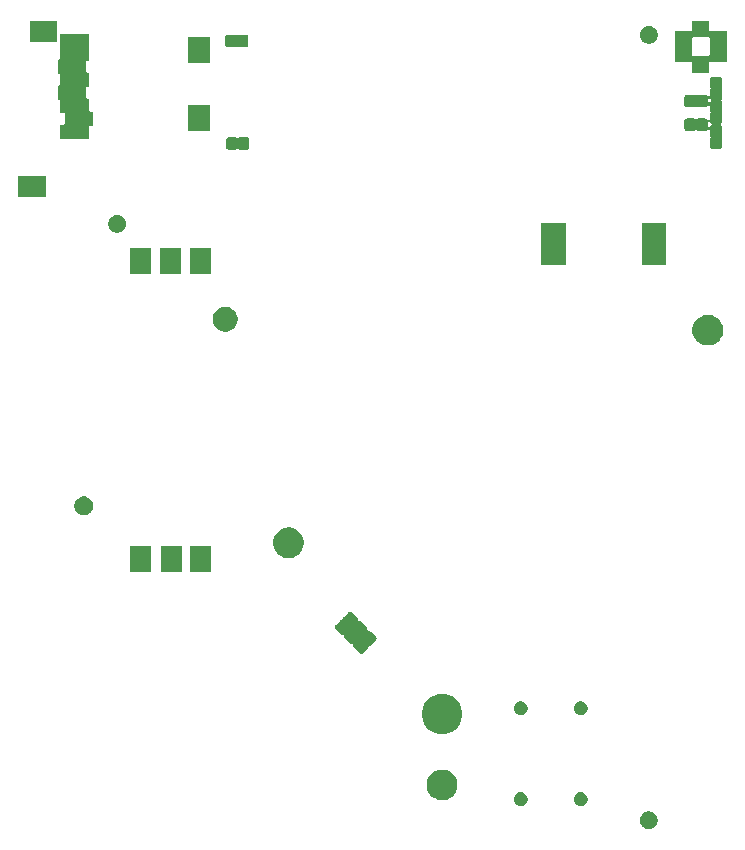
<source format=gbr>
G04 #@! TF.GenerationSoftware,KiCad,Pcbnew,5.1.6+dfsg1-1~bpo10+1*
G04 #@! TF.CreationDate,2021-06-19T16:41:49-04:00*
G04 #@! TF.ProjectId,RUSP_Daughterboard,52555350-5f44-4617-9567-68746572626f,rev?*
G04 #@! TF.SameCoordinates,Original*
G04 #@! TF.FileFunction,Soldermask,Top*
G04 #@! TF.FilePolarity,Negative*
%FSLAX46Y46*%
G04 Gerber Fmt 4.6, Leading zero omitted, Abs format (unit mm)*
G04 Created by KiCad (PCBNEW 5.1.6+dfsg1-1~bpo10+1) date 2021-06-19 16:41:49*
%MOMM*%
%LPD*%
G01*
G04 APERTURE LIST*
%ADD10C,0.100000*%
G04 APERTURE END LIST*
D10*
G36*
X171718766Y-136278821D02*
G01*
X171855257Y-136335358D01*
X171978097Y-136417437D01*
X172082563Y-136521903D01*
X172164642Y-136644743D01*
X172221179Y-136781234D01*
X172250000Y-136926130D01*
X172250000Y-137073870D01*
X172221179Y-137218766D01*
X172164642Y-137355257D01*
X172082563Y-137478097D01*
X171978097Y-137582563D01*
X171855257Y-137664642D01*
X171718766Y-137721179D01*
X171573870Y-137750000D01*
X171426130Y-137750000D01*
X171281234Y-137721179D01*
X171144743Y-137664642D01*
X171021903Y-137582563D01*
X170917437Y-137478097D01*
X170835358Y-137355257D01*
X170778821Y-137218766D01*
X170750000Y-137073870D01*
X170750000Y-136926130D01*
X170778821Y-136781234D01*
X170835358Y-136644743D01*
X170917437Y-136521903D01*
X171021903Y-136417437D01*
X171144743Y-136335358D01*
X171281234Y-136278821D01*
X171426130Y-136250000D01*
X171573870Y-136250000D01*
X171718766Y-136278821D01*
G37*
G36*
X165853153Y-134631145D02*
G01*
X165909180Y-134642289D01*
X166014733Y-134686011D01*
X166109728Y-134749485D01*
X166190515Y-134830272D01*
X166253989Y-134925267D01*
X166297711Y-135030820D01*
X166320000Y-135142875D01*
X166320000Y-135257125D01*
X166297711Y-135369180D01*
X166253989Y-135474733D01*
X166190515Y-135569728D01*
X166109728Y-135650515D01*
X166014733Y-135713989D01*
X165909180Y-135757711D01*
X165853153Y-135768855D01*
X165797126Y-135780000D01*
X165682874Y-135780000D01*
X165626847Y-135768855D01*
X165570820Y-135757711D01*
X165465267Y-135713989D01*
X165370272Y-135650515D01*
X165289485Y-135569728D01*
X165226011Y-135474733D01*
X165182289Y-135369180D01*
X165160000Y-135257125D01*
X165160000Y-135142875D01*
X165182289Y-135030820D01*
X165226011Y-134925267D01*
X165289485Y-134830272D01*
X165370272Y-134749485D01*
X165465267Y-134686011D01*
X165570820Y-134642289D01*
X165626847Y-134631145D01*
X165682874Y-134620000D01*
X165797126Y-134620000D01*
X165853153Y-134631145D01*
G37*
G36*
X160773153Y-134631145D02*
G01*
X160829180Y-134642289D01*
X160934733Y-134686011D01*
X161029728Y-134749485D01*
X161110515Y-134830272D01*
X161173989Y-134925267D01*
X161217711Y-135030820D01*
X161240000Y-135142875D01*
X161240000Y-135257125D01*
X161217711Y-135369180D01*
X161173989Y-135474733D01*
X161110515Y-135569728D01*
X161029728Y-135650515D01*
X160934733Y-135713989D01*
X160829180Y-135757711D01*
X160773153Y-135768855D01*
X160717126Y-135780000D01*
X160602874Y-135780000D01*
X160546847Y-135768855D01*
X160490820Y-135757711D01*
X160385267Y-135713989D01*
X160290272Y-135650515D01*
X160209485Y-135569728D01*
X160146011Y-135474733D01*
X160102289Y-135369180D01*
X160080000Y-135257125D01*
X160080000Y-135142875D01*
X160102289Y-135030820D01*
X160146011Y-134925267D01*
X160209485Y-134830272D01*
X160290272Y-134749485D01*
X160385267Y-134686011D01*
X160490820Y-134642289D01*
X160546847Y-134631145D01*
X160602874Y-134620000D01*
X160717126Y-134620000D01*
X160773153Y-134631145D01*
G37*
G36*
X154253617Y-132724979D02*
G01*
X154379196Y-132749958D01*
X154615781Y-132847955D01*
X154828702Y-132990224D01*
X155009776Y-133171298D01*
X155152045Y-133384219D01*
X155250042Y-133620804D01*
X155300000Y-133871961D01*
X155300000Y-134128039D01*
X155250042Y-134379196D01*
X155152045Y-134615781D01*
X155009776Y-134828702D01*
X154828702Y-135009776D01*
X154615781Y-135152045D01*
X154379196Y-135250042D01*
X154253617Y-135275021D01*
X154128040Y-135300000D01*
X153871960Y-135300000D01*
X153746383Y-135275021D01*
X153620804Y-135250042D01*
X153384219Y-135152045D01*
X153171298Y-135009776D01*
X152990224Y-134828702D01*
X152847955Y-134615781D01*
X152749958Y-134379196D01*
X152700000Y-134128039D01*
X152700000Y-133871961D01*
X152749958Y-133620804D01*
X152847955Y-133384219D01*
X152990224Y-133171298D01*
X153171298Y-132990224D01*
X153384219Y-132847955D01*
X153620804Y-132749958D01*
X153746383Y-132724979D01*
X153871960Y-132700000D01*
X154128040Y-132700000D01*
X154253617Y-132724979D01*
G37*
G36*
X154331653Y-126332665D02*
G01*
X154495872Y-126365330D01*
X154805252Y-126493479D01*
X155083687Y-126679523D01*
X155320477Y-126916313D01*
X155506521Y-127194748D01*
X155634670Y-127504128D01*
X155700000Y-127832565D01*
X155700000Y-128167435D01*
X155634670Y-128495872D01*
X155506521Y-128805252D01*
X155320477Y-129083687D01*
X155083687Y-129320477D01*
X154805252Y-129506521D01*
X154495872Y-129634670D01*
X154331653Y-129667335D01*
X154167437Y-129700000D01*
X153832563Y-129700000D01*
X153668347Y-129667335D01*
X153504128Y-129634670D01*
X153194748Y-129506521D01*
X152916313Y-129320477D01*
X152679523Y-129083687D01*
X152493479Y-128805252D01*
X152365330Y-128495872D01*
X152300000Y-128167435D01*
X152300000Y-127832565D01*
X152365330Y-127504128D01*
X152493479Y-127194748D01*
X152679523Y-126916313D01*
X152916313Y-126679523D01*
X153194748Y-126493479D01*
X153504128Y-126365330D01*
X153668347Y-126332665D01*
X153832563Y-126300000D01*
X154167437Y-126300000D01*
X154331653Y-126332665D01*
G37*
G36*
X165853153Y-126931145D02*
G01*
X165909180Y-126942289D01*
X166014733Y-126986011D01*
X166109728Y-127049485D01*
X166190515Y-127130272D01*
X166253989Y-127225267D01*
X166297711Y-127330820D01*
X166320000Y-127442875D01*
X166320000Y-127557125D01*
X166297711Y-127669180D01*
X166253989Y-127774733D01*
X166190515Y-127869728D01*
X166109728Y-127950515D01*
X166014733Y-128013989D01*
X165909180Y-128057711D01*
X165853152Y-128068856D01*
X165797126Y-128080000D01*
X165682874Y-128080000D01*
X165626848Y-128068856D01*
X165570820Y-128057711D01*
X165465267Y-128013989D01*
X165370272Y-127950515D01*
X165289485Y-127869728D01*
X165226011Y-127774733D01*
X165182289Y-127669180D01*
X165160000Y-127557125D01*
X165160000Y-127442875D01*
X165182289Y-127330820D01*
X165226011Y-127225267D01*
X165289485Y-127130272D01*
X165370272Y-127049485D01*
X165465267Y-126986011D01*
X165570820Y-126942289D01*
X165626847Y-126931145D01*
X165682874Y-126920000D01*
X165797126Y-126920000D01*
X165853153Y-126931145D01*
G37*
G36*
X160773153Y-126931145D02*
G01*
X160829180Y-126942289D01*
X160934733Y-126986011D01*
X161029728Y-127049485D01*
X161110515Y-127130272D01*
X161173989Y-127225267D01*
X161217711Y-127330820D01*
X161240000Y-127442875D01*
X161240000Y-127557125D01*
X161217711Y-127669180D01*
X161173989Y-127774733D01*
X161110515Y-127869728D01*
X161029728Y-127950515D01*
X160934733Y-128013989D01*
X160829180Y-128057711D01*
X160773152Y-128068856D01*
X160717126Y-128080000D01*
X160602874Y-128080000D01*
X160546848Y-128068856D01*
X160490820Y-128057711D01*
X160385267Y-128013989D01*
X160290272Y-127950515D01*
X160209485Y-127869728D01*
X160146011Y-127774733D01*
X160102289Y-127669180D01*
X160080000Y-127557125D01*
X160080000Y-127442875D01*
X160102289Y-127330820D01*
X160146011Y-127225267D01*
X160209485Y-127130272D01*
X160290272Y-127049485D01*
X160385267Y-126986011D01*
X160490820Y-126942289D01*
X160546847Y-126931145D01*
X160602874Y-126920000D01*
X160717126Y-126920000D01*
X160773153Y-126931145D01*
G37*
G36*
X146241243Y-119320117D02*
G01*
X146275836Y-119330611D01*
X146307709Y-119347647D01*
X146340425Y-119374497D01*
X146380267Y-119414339D01*
X146380278Y-119414348D01*
X146765652Y-119799722D01*
X146765661Y-119799733D01*
X146805503Y-119839575D01*
X146832353Y-119872291D01*
X146849389Y-119904164D01*
X146859883Y-119938757D01*
X146863426Y-119974731D01*
X146861766Y-119991584D01*
X146861766Y-120016088D01*
X146866546Y-120040121D01*
X146875923Y-120062760D01*
X146889537Y-120083135D01*
X146906863Y-120100462D01*
X146927238Y-120114076D01*
X146949876Y-120123453D01*
X146973910Y-120128234D01*
X146998416Y-120128234D01*
X147015269Y-120126574D01*
X147051243Y-120130117D01*
X147085836Y-120140611D01*
X147117709Y-120157647D01*
X147150425Y-120184497D01*
X147190267Y-120224339D01*
X147190278Y-120224348D01*
X147575652Y-120609722D01*
X147575661Y-120609733D01*
X147615503Y-120649575D01*
X147642353Y-120682291D01*
X147659389Y-120714164D01*
X147669883Y-120748757D01*
X147673426Y-120784730D01*
X147670967Y-120809692D01*
X147670967Y-120834196D01*
X147675747Y-120858229D01*
X147685124Y-120880868D01*
X147698737Y-120901243D01*
X147716064Y-120918570D01*
X147736438Y-120932184D01*
X147759077Y-120941562D01*
X147783110Y-120946343D01*
X147802925Y-120946343D01*
X147841243Y-120950117D01*
X147875836Y-120960611D01*
X147907709Y-120977647D01*
X147940425Y-121004497D01*
X147980267Y-121044339D01*
X147980278Y-121044348D01*
X148365652Y-121429722D01*
X148365661Y-121429733D01*
X148405503Y-121469575D01*
X148432353Y-121502291D01*
X148449389Y-121534164D01*
X148459883Y-121568757D01*
X148463426Y-121604731D01*
X148459883Y-121640705D01*
X148449389Y-121675298D01*
X148432353Y-121707171D01*
X148405503Y-121739887D01*
X148365661Y-121779729D01*
X148365652Y-121779740D01*
X148015634Y-122129758D01*
X148015623Y-122129767D01*
X147975781Y-122169609D01*
X147943065Y-122196459D01*
X147911192Y-122213495D01*
X147868250Y-122226521D01*
X147861239Y-122227916D01*
X147838601Y-122237295D01*
X147818227Y-122250910D01*
X147800901Y-122268238D01*
X147787289Y-122288613D01*
X147777913Y-122311252D01*
X147776520Y-122318253D01*
X147763495Y-122361192D01*
X147746459Y-122393065D01*
X147719609Y-122425781D01*
X147679767Y-122465623D01*
X147679758Y-122465634D01*
X147329740Y-122815652D01*
X147329729Y-122815661D01*
X147289887Y-122855503D01*
X147257171Y-122882353D01*
X147225298Y-122899389D01*
X147190705Y-122909883D01*
X147154731Y-122913426D01*
X147118757Y-122909883D01*
X147084164Y-122899389D01*
X147052291Y-122882353D01*
X147019575Y-122855503D01*
X146979733Y-122815661D01*
X146979722Y-122815652D01*
X146594348Y-122430278D01*
X146594339Y-122430267D01*
X146554497Y-122390425D01*
X146527647Y-122357709D01*
X146510611Y-122325836D01*
X146500117Y-122291243D01*
X146496574Y-122255269D01*
X146499033Y-122230308D01*
X146499033Y-122205804D01*
X146494253Y-122181771D01*
X146484876Y-122159132D01*
X146471263Y-122138757D01*
X146453936Y-122121430D01*
X146433562Y-122107816D01*
X146410923Y-122098438D01*
X146386890Y-122093657D01*
X146367075Y-122093657D01*
X146328757Y-122089883D01*
X146294164Y-122079389D01*
X146262291Y-122062353D01*
X146229575Y-122035503D01*
X146189733Y-121995661D01*
X146189722Y-121995652D01*
X145804348Y-121610278D01*
X145804339Y-121610267D01*
X145764497Y-121570425D01*
X145737647Y-121537709D01*
X145720611Y-121505836D01*
X145710117Y-121471243D01*
X145706574Y-121435269D01*
X145708234Y-121418416D01*
X145708234Y-121393912D01*
X145703454Y-121369879D01*
X145694077Y-121347240D01*
X145680463Y-121326865D01*
X145663137Y-121309538D01*
X145642762Y-121295924D01*
X145620124Y-121286547D01*
X145596090Y-121281766D01*
X145571584Y-121281766D01*
X145554731Y-121283426D01*
X145518757Y-121279883D01*
X145484164Y-121269389D01*
X145452291Y-121252353D01*
X145419575Y-121225503D01*
X145379733Y-121185661D01*
X145379722Y-121185652D01*
X144994348Y-120800278D01*
X144994339Y-120800267D01*
X144954497Y-120760425D01*
X144927647Y-120727709D01*
X144910611Y-120695836D01*
X144900117Y-120661243D01*
X144896574Y-120625269D01*
X144900117Y-120589295D01*
X144910611Y-120554702D01*
X144927647Y-120522829D01*
X144954497Y-120490113D01*
X144994339Y-120450271D01*
X144994348Y-120450260D01*
X145344366Y-120100242D01*
X145344377Y-120100233D01*
X145384219Y-120060391D01*
X145416935Y-120033541D01*
X145448808Y-120016505D01*
X145491750Y-120003479D01*
X145498761Y-120002084D01*
X145521399Y-119992705D01*
X145541773Y-119979090D01*
X145559099Y-119961762D01*
X145572711Y-119941387D01*
X145582087Y-119918748D01*
X145583480Y-119911747D01*
X145596505Y-119868808D01*
X145613541Y-119836935D01*
X145640391Y-119804219D01*
X145680233Y-119764377D01*
X145680242Y-119764366D01*
X146030260Y-119414348D01*
X146030271Y-119414339D01*
X146070113Y-119374497D01*
X146102829Y-119347647D01*
X146134702Y-119330611D01*
X146169295Y-119320117D01*
X146205269Y-119316574D01*
X146241243Y-119320117D01*
G37*
G36*
X134460000Y-115986500D02*
G01*
X132660000Y-115986500D01*
X132660000Y-113786500D01*
X134460000Y-113786500D01*
X134460000Y-115986500D01*
G37*
G36*
X131983500Y-115986500D02*
G01*
X130183500Y-115986500D01*
X130183500Y-113786500D01*
X131983500Y-113786500D01*
X131983500Y-115986500D01*
G37*
G36*
X129380000Y-115986500D02*
G01*
X127580000Y-115986500D01*
X127580000Y-113786500D01*
X129380000Y-113786500D01*
X129380000Y-115986500D01*
G37*
G36*
X141253617Y-112224979D02*
G01*
X141379196Y-112249958D01*
X141615781Y-112347955D01*
X141828702Y-112490224D01*
X142009776Y-112671298D01*
X142152045Y-112884219D01*
X142250042Y-113120804D01*
X142300000Y-113371961D01*
X142300000Y-113628039D01*
X142250042Y-113879196D01*
X142152045Y-114115781D01*
X142009776Y-114328702D01*
X141828702Y-114509776D01*
X141615781Y-114652045D01*
X141379196Y-114750042D01*
X141128040Y-114800000D01*
X140871960Y-114800000D01*
X140620804Y-114750042D01*
X140384219Y-114652045D01*
X140171298Y-114509776D01*
X139990224Y-114328702D01*
X139847955Y-114115781D01*
X139749958Y-113879196D01*
X139700000Y-113628039D01*
X139700000Y-113371961D01*
X139749958Y-113120804D01*
X139847955Y-112884219D01*
X139990224Y-112671298D01*
X140171298Y-112490224D01*
X140384219Y-112347955D01*
X140620804Y-112249958D01*
X140746383Y-112224979D01*
X140871960Y-112200000D01*
X141128040Y-112200000D01*
X141253617Y-112224979D01*
G37*
G36*
X123903351Y-109610743D02*
G01*
X124048941Y-109671048D01*
X124179970Y-109758599D01*
X124291401Y-109870030D01*
X124378952Y-110001059D01*
X124439257Y-110146649D01*
X124470000Y-110301206D01*
X124470000Y-110458794D01*
X124439257Y-110613351D01*
X124378952Y-110758941D01*
X124291401Y-110889970D01*
X124179970Y-111001401D01*
X124048941Y-111088952D01*
X123903351Y-111149257D01*
X123748794Y-111180000D01*
X123591206Y-111180000D01*
X123436649Y-111149257D01*
X123291059Y-111088952D01*
X123160030Y-111001401D01*
X123048599Y-110889970D01*
X122961048Y-110758941D01*
X122900743Y-110613351D01*
X122870000Y-110458794D01*
X122870000Y-110301206D01*
X122900743Y-110146649D01*
X122961048Y-110001059D01*
X123048599Y-109870030D01*
X123160030Y-109758599D01*
X123291059Y-109671048D01*
X123436649Y-109610743D01*
X123591206Y-109580000D01*
X123748794Y-109580000D01*
X123903351Y-109610743D01*
G37*
G36*
X176879196Y-94249958D02*
G01*
X177115781Y-94347955D01*
X177328702Y-94490224D01*
X177509776Y-94671298D01*
X177652045Y-94884219D01*
X177750042Y-95120804D01*
X177800000Y-95371961D01*
X177800000Y-95628039D01*
X177750042Y-95879196D01*
X177652045Y-96115781D01*
X177509776Y-96328702D01*
X177328702Y-96509776D01*
X177115781Y-96652045D01*
X176879196Y-96750042D01*
X176753617Y-96775021D01*
X176628040Y-96800000D01*
X176371960Y-96800000D01*
X176246383Y-96775021D01*
X176120804Y-96750042D01*
X175884219Y-96652045D01*
X175671298Y-96509776D01*
X175490224Y-96328702D01*
X175347955Y-96115781D01*
X175249958Y-95879196D01*
X175200000Y-95628039D01*
X175200000Y-95371961D01*
X175249958Y-95120804D01*
X175347955Y-94884219D01*
X175490224Y-94671298D01*
X175671298Y-94490224D01*
X175884219Y-94347955D01*
X176120804Y-94249958D01*
X176371960Y-94200000D01*
X176628040Y-94200000D01*
X176879196Y-94249958D01*
G37*
G36*
X135773687Y-93530027D02*
G01*
X135951274Y-93565350D01*
X136142362Y-93644502D01*
X136314336Y-93759411D01*
X136460589Y-93905664D01*
X136575498Y-94077638D01*
X136654650Y-94268726D01*
X136695000Y-94471584D01*
X136695000Y-94678416D01*
X136654650Y-94881274D01*
X136575498Y-95072362D01*
X136460589Y-95244336D01*
X136314336Y-95390589D01*
X136142362Y-95505498D01*
X135951274Y-95584650D01*
X135773687Y-95619973D01*
X135748417Y-95625000D01*
X135541583Y-95625000D01*
X135516313Y-95619973D01*
X135338726Y-95584650D01*
X135147638Y-95505498D01*
X134975664Y-95390589D01*
X134829411Y-95244336D01*
X134714502Y-95072362D01*
X134635350Y-94881274D01*
X134595000Y-94678416D01*
X134595000Y-94471584D01*
X134635350Y-94268726D01*
X134714502Y-94077638D01*
X134829411Y-93905664D01*
X134975664Y-93759411D01*
X135147638Y-93644502D01*
X135338726Y-93565350D01*
X135516313Y-93530027D01*
X135541583Y-93525000D01*
X135748417Y-93525000D01*
X135773687Y-93530027D01*
G37*
G36*
X134460000Y-90713500D02*
G01*
X132660000Y-90713500D01*
X132660000Y-88513500D01*
X134460000Y-88513500D01*
X134460000Y-90713500D01*
G37*
G36*
X131920000Y-90713500D02*
G01*
X130120000Y-90713500D01*
X130120000Y-88513500D01*
X131920000Y-88513500D01*
X131920000Y-90713500D01*
G37*
G36*
X129380000Y-90713500D02*
G01*
X127580000Y-90713500D01*
X127580000Y-88513500D01*
X129380000Y-88513500D01*
X129380000Y-90713500D01*
G37*
G36*
X164500000Y-90000000D02*
G01*
X162400000Y-90000000D01*
X162400000Y-86400000D01*
X164500000Y-86400000D01*
X164500000Y-90000000D01*
G37*
G36*
X173000000Y-90000000D02*
G01*
X170900000Y-90000000D01*
X170900000Y-86400000D01*
X173000000Y-86400000D01*
X173000000Y-90000000D01*
G37*
G36*
X126718766Y-85778821D02*
G01*
X126855257Y-85835358D01*
X126978097Y-85917437D01*
X127082563Y-86021903D01*
X127164642Y-86144743D01*
X127221179Y-86281234D01*
X127250000Y-86426130D01*
X127250000Y-86573870D01*
X127221179Y-86718766D01*
X127164642Y-86855257D01*
X127082563Y-86978097D01*
X126978097Y-87082563D01*
X126855257Y-87164642D01*
X126718766Y-87221179D01*
X126573870Y-87250000D01*
X126426130Y-87250000D01*
X126281234Y-87221179D01*
X126144743Y-87164642D01*
X126021903Y-87082563D01*
X125917437Y-86978097D01*
X125835358Y-86855257D01*
X125778821Y-86718766D01*
X125750000Y-86573870D01*
X125750000Y-86426130D01*
X125778821Y-86281234D01*
X125835358Y-86144743D01*
X125917437Y-86021903D01*
X126021903Y-85917437D01*
X126144743Y-85835358D01*
X126281234Y-85778821D01*
X126426130Y-85750000D01*
X126573870Y-85750000D01*
X126718766Y-85778821D01*
G37*
G36*
X120425000Y-84250000D02*
G01*
X118125000Y-84250000D01*
X118125000Y-82450000D01*
X120425000Y-82450000D01*
X120425000Y-84250000D01*
G37*
G36*
X136560974Y-79184148D02*
G01*
X136595567Y-79194642D01*
X136635127Y-79215787D01*
X136641066Y-79219756D01*
X136663703Y-79229135D01*
X136687736Y-79233918D01*
X136712240Y-79233920D01*
X136736274Y-79229142D01*
X136758914Y-79219767D01*
X136764861Y-79215794D01*
X136804433Y-79194642D01*
X136839026Y-79184148D01*
X136881141Y-79180000D01*
X137488859Y-79180000D01*
X137530974Y-79184148D01*
X137565567Y-79194642D01*
X137597440Y-79211678D01*
X137625386Y-79234614D01*
X137648322Y-79262560D01*
X137665358Y-79294433D01*
X137675852Y-79329026D01*
X137680000Y-79371141D01*
X137680000Y-80028859D01*
X137675852Y-80070974D01*
X137665358Y-80105567D01*
X137648322Y-80137440D01*
X137625386Y-80165386D01*
X137597440Y-80188322D01*
X137565567Y-80205358D01*
X137530974Y-80215852D01*
X137488859Y-80220000D01*
X136881141Y-80220000D01*
X136839026Y-80215852D01*
X136804433Y-80205358D01*
X136764873Y-80184213D01*
X136758934Y-80180244D01*
X136736297Y-80170865D01*
X136712264Y-80166082D01*
X136687760Y-80166080D01*
X136663726Y-80170858D01*
X136641086Y-80180233D01*
X136635139Y-80184206D01*
X136595567Y-80205358D01*
X136560974Y-80215852D01*
X136518859Y-80220000D01*
X135911141Y-80220000D01*
X135869026Y-80215852D01*
X135834433Y-80205358D01*
X135802560Y-80188322D01*
X135774614Y-80165386D01*
X135751678Y-80137440D01*
X135734642Y-80105567D01*
X135724148Y-80070974D01*
X135720000Y-80028859D01*
X135720000Y-79371141D01*
X135724148Y-79329026D01*
X135734642Y-79294433D01*
X135751678Y-79262560D01*
X135774614Y-79234614D01*
X135802560Y-79211678D01*
X135834433Y-79194642D01*
X135869026Y-79184148D01*
X135911141Y-79180000D01*
X136518859Y-79180000D01*
X136560974Y-79184148D01*
G37*
G36*
X177570974Y-74074148D02*
G01*
X177605567Y-74084642D01*
X177637440Y-74101678D01*
X177665386Y-74124614D01*
X177688322Y-74152560D01*
X177705358Y-74184433D01*
X177715852Y-74219026D01*
X177720000Y-74261141D01*
X177720000Y-74868859D01*
X177715852Y-74910974D01*
X177705358Y-74945567D01*
X177684213Y-74985127D01*
X177680244Y-74991066D01*
X177670865Y-75013703D01*
X177666082Y-75037736D01*
X177666080Y-75062240D01*
X177670858Y-75086274D01*
X177680233Y-75108914D01*
X177684206Y-75114861D01*
X177705358Y-75154433D01*
X177715852Y-75189026D01*
X177720000Y-75231141D01*
X177720000Y-75838859D01*
X177715852Y-75880974D01*
X177705358Y-75915567D01*
X177688320Y-75947444D01*
X177669233Y-75970701D01*
X177655619Y-75991076D01*
X177646241Y-76013715D01*
X177641461Y-76037748D01*
X177641461Y-76062252D01*
X177646241Y-76086285D01*
X177655619Y-76108924D01*
X177669233Y-76129299D01*
X177688320Y-76152556D01*
X177705358Y-76184433D01*
X177715852Y-76219026D01*
X177720000Y-76261141D01*
X177720000Y-76868859D01*
X177715852Y-76910974D01*
X177705358Y-76945567D01*
X177684213Y-76985127D01*
X177680244Y-76991066D01*
X177670865Y-77013703D01*
X177666082Y-77037736D01*
X177666080Y-77062240D01*
X177670858Y-77086274D01*
X177680233Y-77108914D01*
X177684206Y-77114861D01*
X177705358Y-77154433D01*
X177715852Y-77189026D01*
X177720000Y-77231141D01*
X177720000Y-77838859D01*
X177715852Y-77880974D01*
X177705358Y-77915567D01*
X177688322Y-77947440D01*
X177665386Y-77975386D01*
X177631283Y-78003375D01*
X177613957Y-78020703D01*
X177600343Y-78041077D01*
X177590966Y-78063716D01*
X177586186Y-78087749D01*
X177586186Y-78112253D01*
X177590967Y-78136287D01*
X177600344Y-78158925D01*
X177613958Y-78179300D01*
X177631283Y-78196625D01*
X177665386Y-78224614D01*
X177688322Y-78252560D01*
X177705358Y-78284433D01*
X177715852Y-78319026D01*
X177720000Y-78361141D01*
X177720000Y-78968859D01*
X177715852Y-79010974D01*
X177705358Y-79045567D01*
X177684213Y-79085127D01*
X177680244Y-79091066D01*
X177670865Y-79113703D01*
X177666082Y-79137736D01*
X177666080Y-79162240D01*
X177670858Y-79186274D01*
X177680233Y-79208914D01*
X177684206Y-79214861D01*
X177705358Y-79254433D01*
X177715852Y-79289026D01*
X177720000Y-79331141D01*
X177720000Y-79938859D01*
X177715852Y-79980974D01*
X177705358Y-80015567D01*
X177688322Y-80047440D01*
X177665386Y-80075386D01*
X177637440Y-80098322D01*
X177605567Y-80115358D01*
X177570974Y-80125852D01*
X177528859Y-80130000D01*
X176871141Y-80130000D01*
X176829026Y-80125852D01*
X176794433Y-80115358D01*
X176762560Y-80098322D01*
X176734614Y-80075386D01*
X176711678Y-80047440D01*
X176694642Y-80015567D01*
X176684148Y-79980974D01*
X176680000Y-79938859D01*
X176680000Y-79331141D01*
X176684148Y-79289026D01*
X176694642Y-79254433D01*
X176715787Y-79214873D01*
X176719756Y-79208934D01*
X176729135Y-79186297D01*
X176733918Y-79162264D01*
X176733920Y-79137760D01*
X176729142Y-79113726D01*
X176719767Y-79091086D01*
X176715794Y-79085139D01*
X176694642Y-79045567D01*
X176684148Y-79010974D01*
X176680000Y-78968859D01*
X176680000Y-78603024D01*
X176677598Y-78578638D01*
X176670485Y-78555189D01*
X176658934Y-78533578D01*
X176643389Y-78514636D01*
X176624447Y-78499091D01*
X176602836Y-78487540D01*
X176579387Y-78480427D01*
X176555001Y-78478025D01*
X176530615Y-78480427D01*
X176507166Y-78487540D01*
X176485555Y-78499091D01*
X176466613Y-78514636D01*
X176451068Y-78533578D01*
X176449922Y-78535491D01*
X176425386Y-78565386D01*
X176397440Y-78588322D01*
X176365567Y-78605358D01*
X176330974Y-78615852D01*
X176288859Y-78620000D01*
X175681141Y-78620000D01*
X175639026Y-78615852D01*
X175604433Y-78605358D01*
X175564873Y-78584213D01*
X175558934Y-78580244D01*
X175536297Y-78570865D01*
X175512264Y-78566082D01*
X175487760Y-78566080D01*
X175463726Y-78570858D01*
X175441086Y-78580233D01*
X175435139Y-78584206D01*
X175395567Y-78605358D01*
X175360974Y-78615852D01*
X175318859Y-78620000D01*
X174711141Y-78620000D01*
X174669026Y-78615852D01*
X174634433Y-78605358D01*
X174602560Y-78588322D01*
X174574614Y-78565386D01*
X174551678Y-78537440D01*
X174534642Y-78505567D01*
X174524148Y-78470974D01*
X174520000Y-78428859D01*
X174520000Y-78013024D01*
X176480000Y-78013024D01*
X176480000Y-78186976D01*
X176482402Y-78211362D01*
X176489515Y-78234811D01*
X176501066Y-78256422D01*
X176516611Y-78275364D01*
X176535553Y-78290909D01*
X176557164Y-78302460D01*
X176580613Y-78309573D01*
X176604999Y-78311975D01*
X176629385Y-78309573D01*
X176652834Y-78302460D01*
X176674445Y-78290909D01*
X176693387Y-78275364D01*
X176708932Y-78256422D01*
X176710078Y-78254509D01*
X176734614Y-78224614D01*
X176768717Y-78196625D01*
X176786043Y-78179297D01*
X176799657Y-78158923D01*
X176809034Y-78136284D01*
X176813814Y-78112251D01*
X176813814Y-78087747D01*
X176809033Y-78063713D01*
X176799656Y-78041075D01*
X176786042Y-78020700D01*
X176768717Y-78003375D01*
X176734614Y-77975386D01*
X176706890Y-77941605D01*
X176701625Y-77933726D01*
X176684298Y-77916399D01*
X176663923Y-77902785D01*
X176641285Y-77893408D01*
X176617251Y-77888627D01*
X176592747Y-77888627D01*
X176568714Y-77893407D01*
X176546075Y-77902785D01*
X176525701Y-77916398D01*
X176508374Y-77933725D01*
X176494760Y-77954100D01*
X176485383Y-77976738D01*
X176480602Y-78000772D01*
X176480000Y-78013024D01*
X174520000Y-78013024D01*
X174520000Y-77771141D01*
X174524148Y-77729026D01*
X174534642Y-77694433D01*
X174551678Y-77662560D01*
X174574614Y-77634614D01*
X174602560Y-77611678D01*
X174634433Y-77594642D01*
X174669026Y-77584148D01*
X174711141Y-77580000D01*
X175318859Y-77580000D01*
X175360974Y-77584148D01*
X175395567Y-77594642D01*
X175435127Y-77615787D01*
X175441066Y-77619756D01*
X175463703Y-77629135D01*
X175487736Y-77633918D01*
X175512240Y-77633920D01*
X175536274Y-77629142D01*
X175558914Y-77619767D01*
X175564861Y-77615794D01*
X175604433Y-77594642D01*
X175639026Y-77584148D01*
X175681141Y-77580000D01*
X176288859Y-77580000D01*
X176330974Y-77584148D01*
X176365567Y-77594642D01*
X176397440Y-77611678D01*
X176425386Y-77634614D01*
X176453110Y-77668395D01*
X176458375Y-77676274D01*
X176475702Y-77693601D01*
X176496077Y-77707215D01*
X176518715Y-77716592D01*
X176542749Y-77721373D01*
X176567253Y-77721373D01*
X176591286Y-77716593D01*
X176613925Y-77707215D01*
X176634299Y-77693602D01*
X176651626Y-77676275D01*
X176665240Y-77655900D01*
X176674617Y-77633262D01*
X176679398Y-77609228D01*
X176680000Y-77596976D01*
X176680000Y-77231141D01*
X176684148Y-77189026D01*
X176694642Y-77154433D01*
X176715787Y-77114873D01*
X176719756Y-77108934D01*
X176729135Y-77086297D01*
X176733918Y-77062264D01*
X176733920Y-77037760D01*
X176729142Y-77013726D01*
X176719767Y-76991086D01*
X176715794Y-76985139D01*
X176694642Y-76945567D01*
X176684148Y-76910974D01*
X176680000Y-76868859D01*
X176680000Y-76603024D01*
X176677598Y-76578638D01*
X176670485Y-76555189D01*
X176658934Y-76533578D01*
X176643389Y-76514636D01*
X176624447Y-76499091D01*
X176602836Y-76487540D01*
X176579387Y-76480427D01*
X176555001Y-76478025D01*
X176530615Y-76480427D01*
X176507166Y-76487540D01*
X176485555Y-76499091D01*
X176466613Y-76514636D01*
X176451068Y-76533578D01*
X176449922Y-76535491D01*
X176425386Y-76565386D01*
X176397440Y-76588322D01*
X176365567Y-76605358D01*
X176330974Y-76615852D01*
X176288859Y-76620000D01*
X175681141Y-76620000D01*
X175639026Y-76615852D01*
X175604433Y-76605358D01*
X175564873Y-76584213D01*
X175558934Y-76580244D01*
X175536297Y-76570865D01*
X175512264Y-76566082D01*
X175487760Y-76566080D01*
X175463726Y-76570858D01*
X175441086Y-76580233D01*
X175435139Y-76584206D01*
X175395567Y-76605358D01*
X175360974Y-76615852D01*
X175318859Y-76620000D01*
X174711141Y-76620000D01*
X174669026Y-76615852D01*
X174634433Y-76605358D01*
X174602560Y-76588322D01*
X174574614Y-76565386D01*
X174551678Y-76537440D01*
X174534642Y-76505567D01*
X174524148Y-76470974D01*
X174520000Y-76428859D01*
X174520000Y-76013024D01*
X176480000Y-76013024D01*
X176480000Y-76086976D01*
X176482402Y-76111362D01*
X176489515Y-76134811D01*
X176501066Y-76156422D01*
X176516611Y-76175364D01*
X176535553Y-76190909D01*
X176557164Y-76202460D01*
X176580613Y-76209573D01*
X176604999Y-76211975D01*
X176629385Y-76209573D01*
X176652834Y-76202460D01*
X176674445Y-76190909D01*
X176693387Y-76175364D01*
X176708932Y-76156422D01*
X176710081Y-76154505D01*
X176730767Y-76129299D01*
X176744381Y-76108924D01*
X176753759Y-76086285D01*
X176758539Y-76062252D01*
X176758539Y-76037748D01*
X176753759Y-76013715D01*
X176744381Y-75991076D01*
X176730767Y-75970701D01*
X176706893Y-75941611D01*
X176701625Y-75933726D01*
X176684298Y-75916399D01*
X176663923Y-75902785D01*
X176641285Y-75893408D01*
X176617251Y-75888627D01*
X176592747Y-75888627D01*
X176568714Y-75893407D01*
X176546075Y-75902785D01*
X176525701Y-75916398D01*
X176508374Y-75933725D01*
X176494760Y-75954100D01*
X176485383Y-75976738D01*
X176480602Y-76000772D01*
X176480000Y-76013024D01*
X174520000Y-76013024D01*
X174520000Y-75771141D01*
X174524148Y-75729026D01*
X174534642Y-75694433D01*
X174551678Y-75662560D01*
X174574614Y-75634614D01*
X174602560Y-75611678D01*
X174634433Y-75594642D01*
X174669026Y-75584148D01*
X174711141Y-75580000D01*
X175318859Y-75580000D01*
X175360974Y-75584148D01*
X175395567Y-75594642D01*
X175435127Y-75615787D01*
X175441066Y-75619756D01*
X175463703Y-75629135D01*
X175487736Y-75633918D01*
X175512240Y-75633920D01*
X175536274Y-75629142D01*
X175558914Y-75619767D01*
X175564861Y-75615794D01*
X175604433Y-75594642D01*
X175639026Y-75584148D01*
X175681141Y-75580000D01*
X176288859Y-75580000D01*
X176330974Y-75584148D01*
X176365567Y-75594642D01*
X176397440Y-75611678D01*
X176425386Y-75634614D01*
X176453110Y-75668395D01*
X176458375Y-75676274D01*
X176475702Y-75693601D01*
X176496077Y-75707215D01*
X176518715Y-75716592D01*
X176542749Y-75721373D01*
X176567253Y-75721373D01*
X176591286Y-75716593D01*
X176613925Y-75707215D01*
X176634299Y-75693602D01*
X176651626Y-75676275D01*
X176665240Y-75655900D01*
X176674617Y-75633262D01*
X176679398Y-75609228D01*
X176680000Y-75596976D01*
X176680000Y-75231141D01*
X176684148Y-75189026D01*
X176694642Y-75154433D01*
X176715787Y-75114873D01*
X176719756Y-75108934D01*
X176729135Y-75086297D01*
X176733918Y-75062264D01*
X176733920Y-75037760D01*
X176729142Y-75013726D01*
X176719767Y-74991086D01*
X176715794Y-74985139D01*
X176694642Y-74945567D01*
X176684148Y-74910974D01*
X176680000Y-74868859D01*
X176680000Y-74261141D01*
X176684148Y-74219026D01*
X176694642Y-74184433D01*
X176711678Y-74152560D01*
X176734614Y-74124614D01*
X176762560Y-74101678D01*
X176794433Y-74084642D01*
X176829026Y-74074148D01*
X176871141Y-74070000D01*
X177528859Y-74070000D01*
X177570974Y-74074148D01*
G37*
G36*
X124075000Y-72690000D02*
G01*
X123999999Y-72690000D01*
X123975613Y-72692402D01*
X123952164Y-72699515D01*
X123930553Y-72711066D01*
X123911611Y-72726611D01*
X123896066Y-72745553D01*
X123884515Y-72767164D01*
X123877402Y-72790613D01*
X123875000Y-72814999D01*
X123875000Y-73565001D01*
X123877402Y-73589387D01*
X123884515Y-73612836D01*
X123896066Y-73634447D01*
X123911611Y-73653389D01*
X123930553Y-73668934D01*
X123952164Y-73680485D01*
X123975613Y-73687598D01*
X123999999Y-73690000D01*
X124075000Y-73690000D01*
X124075000Y-74890000D01*
X123999999Y-74890000D01*
X123975613Y-74892402D01*
X123952164Y-74899515D01*
X123930553Y-74911066D01*
X123911611Y-74926611D01*
X123896066Y-74945553D01*
X123884515Y-74967164D01*
X123877402Y-74990613D01*
X123875000Y-75014999D01*
X123875000Y-75765001D01*
X123877402Y-75789387D01*
X123884515Y-75812836D01*
X123896066Y-75834447D01*
X123911611Y-75853389D01*
X123930553Y-75868934D01*
X123952164Y-75880485D01*
X123975613Y-75887598D01*
X123999999Y-75890000D01*
X124075000Y-75890000D01*
X124075000Y-76865001D01*
X124077402Y-76889387D01*
X124084515Y-76912836D01*
X124096066Y-76934447D01*
X124111611Y-76953389D01*
X124130553Y-76968934D01*
X124152164Y-76980485D01*
X124175613Y-76987598D01*
X124199999Y-76990000D01*
X124475000Y-76990000D01*
X124475000Y-78190000D01*
X124199999Y-78190000D01*
X124175613Y-78192402D01*
X124152164Y-78199515D01*
X124130553Y-78211066D01*
X124111611Y-78226611D01*
X124096066Y-78245553D01*
X124084515Y-78267164D01*
X124077402Y-78290613D01*
X124075000Y-78314999D01*
X124075000Y-79290000D01*
X121675000Y-79290000D01*
X121675000Y-78090000D01*
X121950001Y-78090000D01*
X121974387Y-78087598D01*
X121997836Y-78080485D01*
X122019447Y-78068934D01*
X122038389Y-78053389D01*
X122053934Y-78034447D01*
X122065485Y-78012836D01*
X122072598Y-77989387D01*
X122075000Y-77965001D01*
X122075000Y-77214999D01*
X122072598Y-77190613D01*
X122065485Y-77167164D01*
X122053934Y-77145553D01*
X122038389Y-77126611D01*
X122019447Y-77111066D01*
X121997836Y-77099515D01*
X121974387Y-77092402D01*
X121950001Y-77090000D01*
X121675000Y-77090000D01*
X121675000Y-76114999D01*
X121672598Y-76090613D01*
X121665485Y-76067164D01*
X121653934Y-76045553D01*
X121638389Y-76026611D01*
X121619447Y-76011066D01*
X121597836Y-75999515D01*
X121574387Y-75992402D01*
X121550001Y-75990000D01*
X121475000Y-75990000D01*
X121475000Y-74790000D01*
X121550001Y-74790000D01*
X121574387Y-74787598D01*
X121597836Y-74780485D01*
X121619447Y-74768934D01*
X121638389Y-74753389D01*
X121653934Y-74734447D01*
X121665485Y-74712836D01*
X121672598Y-74689387D01*
X121675000Y-74665001D01*
X121675000Y-73914999D01*
X121672598Y-73890613D01*
X121665485Y-73867164D01*
X121653934Y-73845553D01*
X121638389Y-73826611D01*
X121619447Y-73811066D01*
X121597836Y-73799515D01*
X121574387Y-73792402D01*
X121550001Y-73790000D01*
X121475000Y-73790000D01*
X121475000Y-72590000D01*
X121550001Y-72590000D01*
X121574387Y-72587598D01*
X121597836Y-72580485D01*
X121619447Y-72568934D01*
X121638389Y-72553389D01*
X121653934Y-72534447D01*
X121665485Y-72512836D01*
X121672598Y-72489387D01*
X121675000Y-72465001D01*
X121675000Y-70390000D01*
X124075000Y-70390000D01*
X124075000Y-72690000D01*
G37*
G36*
X134325000Y-78600000D02*
G01*
X132525000Y-78600000D01*
X132525000Y-76400000D01*
X134325000Y-76400000D01*
X134325000Y-78600000D01*
G37*
G36*
X176600000Y-70075001D02*
G01*
X176602402Y-70099387D01*
X176609515Y-70122836D01*
X176621066Y-70144447D01*
X176636611Y-70163389D01*
X176655553Y-70178934D01*
X176677164Y-70190485D01*
X176700613Y-70197598D01*
X176724999Y-70200000D01*
X178100000Y-70200000D01*
X178100000Y-72800000D01*
X176724999Y-72800000D01*
X176700613Y-72802402D01*
X176677164Y-72809515D01*
X176655553Y-72821066D01*
X176636611Y-72836611D01*
X176621066Y-72855553D01*
X176609515Y-72877164D01*
X176602402Y-72900613D01*
X176600000Y-72924999D01*
X176600000Y-73700000D01*
X175200000Y-73700000D01*
X175200000Y-72924999D01*
X175197598Y-72900613D01*
X175190485Y-72877164D01*
X175178934Y-72855553D01*
X175163389Y-72836611D01*
X175144447Y-72821066D01*
X175122836Y-72809515D01*
X175099387Y-72802402D01*
X175075001Y-72800000D01*
X173700000Y-72800000D01*
X173700000Y-70824999D01*
X175150000Y-70824999D01*
X175150000Y-72175001D01*
X175152402Y-72199387D01*
X175159515Y-72222836D01*
X175171066Y-72244447D01*
X175186611Y-72263389D01*
X175205553Y-72278934D01*
X175227164Y-72290485D01*
X175250613Y-72297598D01*
X175274999Y-72300000D01*
X176525001Y-72300000D01*
X176549387Y-72297598D01*
X176572836Y-72290485D01*
X176594447Y-72278934D01*
X176613389Y-72263389D01*
X176628934Y-72244447D01*
X176640485Y-72222836D01*
X176647598Y-72199387D01*
X176650000Y-72175001D01*
X176650000Y-70824999D01*
X176647598Y-70800613D01*
X176640485Y-70777164D01*
X176628934Y-70755553D01*
X176613389Y-70736611D01*
X176594447Y-70721066D01*
X176572836Y-70709515D01*
X176549387Y-70702402D01*
X176525001Y-70700000D01*
X175274999Y-70700000D01*
X175250613Y-70702402D01*
X175227164Y-70709515D01*
X175205553Y-70721066D01*
X175186611Y-70736611D01*
X175171066Y-70755553D01*
X175159515Y-70777164D01*
X175152402Y-70800613D01*
X175150000Y-70824999D01*
X173700000Y-70824999D01*
X173700000Y-70200000D01*
X175075001Y-70200000D01*
X175099387Y-70197598D01*
X175122836Y-70190485D01*
X175144447Y-70178934D01*
X175163389Y-70163389D01*
X175178934Y-70144447D01*
X175190485Y-70122836D01*
X175197598Y-70099387D01*
X175200000Y-70075001D01*
X175200000Y-69300000D01*
X176600000Y-69300000D01*
X176600000Y-70075001D01*
G37*
G36*
X134325000Y-72900000D02*
G01*
X132525000Y-72900000D01*
X132525000Y-70700000D01*
X134325000Y-70700000D01*
X134325000Y-72900000D01*
G37*
G36*
X136475974Y-70484148D02*
G01*
X136510567Y-70494642D01*
X136550127Y-70515787D01*
X136556066Y-70519756D01*
X136578703Y-70529135D01*
X136602736Y-70533918D01*
X136627240Y-70533920D01*
X136651274Y-70529142D01*
X136673914Y-70519767D01*
X136679861Y-70515794D01*
X136719433Y-70494642D01*
X136754026Y-70484148D01*
X136796141Y-70480000D01*
X137403859Y-70480000D01*
X137445974Y-70484148D01*
X137480567Y-70494642D01*
X137512440Y-70511678D01*
X137540386Y-70534614D01*
X137563322Y-70562560D01*
X137580358Y-70594433D01*
X137590852Y-70629026D01*
X137595000Y-70671141D01*
X137595000Y-71328859D01*
X137590852Y-71370974D01*
X137580358Y-71405567D01*
X137563322Y-71437440D01*
X137540386Y-71465386D01*
X137512440Y-71488322D01*
X137480567Y-71505358D01*
X137445974Y-71515852D01*
X137403859Y-71520000D01*
X136796141Y-71520000D01*
X136754026Y-71515852D01*
X136719433Y-71505358D01*
X136679873Y-71484213D01*
X136673934Y-71480244D01*
X136651297Y-71470865D01*
X136627264Y-71466082D01*
X136602760Y-71466080D01*
X136578726Y-71470858D01*
X136556086Y-71480233D01*
X136550139Y-71484206D01*
X136510567Y-71505358D01*
X136475974Y-71515852D01*
X136433859Y-71520000D01*
X135826141Y-71520000D01*
X135784026Y-71515852D01*
X135749433Y-71505358D01*
X135717560Y-71488322D01*
X135689614Y-71465386D01*
X135666678Y-71437440D01*
X135649642Y-71405567D01*
X135639148Y-71370974D01*
X135635000Y-71328859D01*
X135635000Y-70671141D01*
X135639148Y-70629026D01*
X135649642Y-70594433D01*
X135666678Y-70562560D01*
X135689614Y-70534614D01*
X135717560Y-70511678D01*
X135749433Y-70494642D01*
X135784026Y-70484148D01*
X135826141Y-70480000D01*
X136433859Y-70480000D01*
X136475974Y-70484148D01*
G37*
G36*
X171718766Y-69778821D02*
G01*
X171855257Y-69835358D01*
X171978097Y-69917437D01*
X172082563Y-70021903D01*
X172164642Y-70144743D01*
X172221179Y-70281234D01*
X172250000Y-70426130D01*
X172250000Y-70573870D01*
X172221179Y-70718766D01*
X172164642Y-70855257D01*
X172082563Y-70978097D01*
X171978097Y-71082563D01*
X171855257Y-71164642D01*
X171718766Y-71221179D01*
X171573870Y-71250000D01*
X171426130Y-71250000D01*
X171281234Y-71221179D01*
X171144743Y-71164642D01*
X171021903Y-71082563D01*
X170917437Y-70978097D01*
X170835358Y-70855257D01*
X170778821Y-70718766D01*
X170750000Y-70573870D01*
X170750000Y-70426130D01*
X170778821Y-70281234D01*
X170835358Y-70144743D01*
X170917437Y-70021903D01*
X171021903Y-69917437D01*
X171144743Y-69835358D01*
X171281234Y-69778821D01*
X171426130Y-69750000D01*
X171573870Y-69750000D01*
X171718766Y-69778821D01*
G37*
G36*
X121425000Y-71100000D02*
G01*
X119125000Y-71100000D01*
X119125000Y-69300000D01*
X121425000Y-69300000D01*
X121425000Y-71100000D01*
G37*
M02*

</source>
